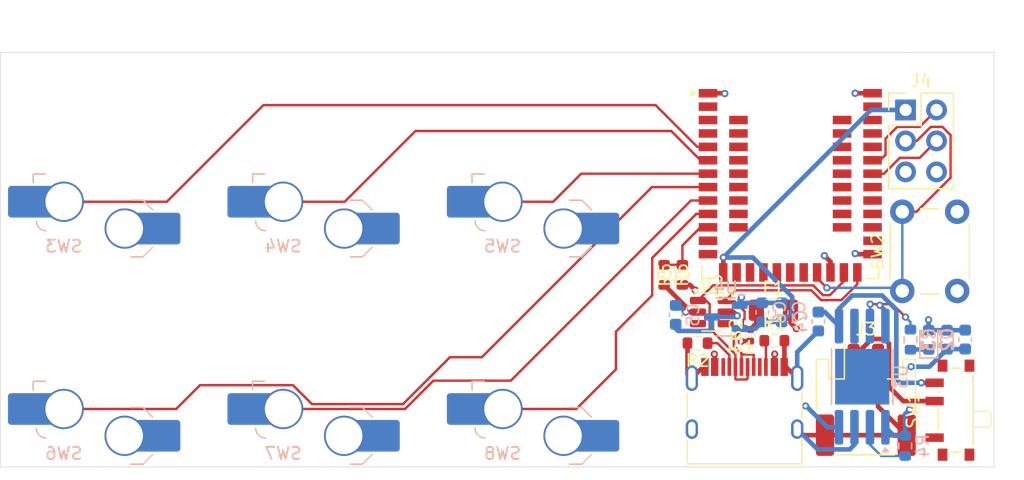
<source format=kicad_pcb>
(kicad_pcb (version 20241229) (generator "pcbnew") (generator_version "9.0")
  (layers (0 "F.Cu" signal) (4 "In1.Cu" power "GND.Cu") (6 "In2.Cu" power "+5V.Cu") (2 "B.Cu" signal) (13 "F.Paste" user) (15 "B.Paste" user) (5 "F.SilkS" user "F.Silkscreen") (7 "B.SilkS" user "B.Silkscreen") (1 "F.Mask" user) (3 "B.Mask" user) (25 "Edge.Cuts" user))
  (net 0 "")
  (net 1 "GND")
  (net 2 "+5V")
  (net 3 "+BATT")
  (net 4 "+3.3V")
  (net 5 "Net-(D2-K)")
  (net 6 "Net-(F1-Pad1)")
  (net 7 "VBUS")
  (net 8 "Net-(J1-CC1)")
  (net 9 "Net-(J1-CC2)")
  (net 10 "/USB-D-")
  (net 11 "/USB-D+")
  (net 14 "/SWDCLK")
  (net 15 "/SWDIO")
  (net 16 "/RST")
  (net 18 "Net-(J3-Pin_1)")
  (net 19 "Net-(U3-CHRG)")
  (net 20 "Net-(U3-PROG)")
  (net 21 "/VSENSE")
  (net 23 "/sw3")
  (net 24 "/sw4")
  (net 25 "/sw5")
  (net 26 "/sw6")
  (net 27 "/sw7")
  (net 28 "/sw8")
  (footprint "Connector_PinHeader_2.54mm:PinHeader_2x03_P2.54mm_Vertical" (layer "F.Cu") (at 164.46 34.42)
    (property "Reference" "J4" (at 1.27 -2.38 0) (layer "F.SilkS"))
    (property "Value" "Conn_02x03_Odd_Even")
    (pad "1" thru_hole rect (at 0 0) (size 1.7 1.7) (drill 1) (layers "*.Cu" "*.Mask") (net 4 "+3.3V"))
    (pad "2" thru_hole circle (at 2.54 0) (size 1.7 1.7) (drill 1) (layers "*.Cu" "*.Mask") (net 15 "/SWDIO"))
    (pad "3" thru_hole circle (at 0 2.54) (size 1.7 1.7) (drill 1) (layers "*.Cu" "*.Mask") (net 16 "/RST"))
    (pad "4" thru_hole circle (at 2.54 2.54) (size 1.7 1.7) (drill 1) (layers "*.Cu" "*.Mask") (net 14 "/SWDCLK"))
    (pad "5" thru_hole circle (at 0 5.08) (size 1.7 1.7) (drill 1) (layers "*.Cu" "*.Mask") (net 1 "GND"))
    (pad "6" thru_hole circle (at 2.54 5.08) (size 1.7 1.7) (drill 1) (layers "*.Cu" "*.Mask"))
  )
  (footprint "Connector_JST:JST_PH_S2B-PH-SM4-TB_1x02-1MP_P2.00mm_Horizontal" (layer "F.Cu") (at 161.2 58.2)
    (property "Reference" "J3" (at 0 -5.8 0) (layer "F.SilkS"))
    (property "Value" "Conn_01x02_MountingPin")
    (pad "1" smd roundrect (at -1 -2.85) (size 1 3.5) (layers "F.Cu" "F.Mask" "F.Paste") (net 18 "Net-(J3-Pin_1)"))
    (pad "2" smd roundrect (at 1 -2.85) (size 1 3.5) (layers "F.Cu" "F.Mask" "F.Paste") (net 1 "GND"))
    (pad "MP" smd roundrect (at -3.35 2.9) (size 1.5 3.4) (layers "F.Cu" "F.Mask" "F.Paste") (roundrect_rratio 0.166667) (net 1 "GND"))
    (pad "MP" smd roundrect (at 3.35 2.9) (size 1.5 3.4) (layers "F.Cu" "F.Mask" "F.Paste") (roundrect_rratio 0.166667) (net 1 "GND"))
  )
  (footprint "Resistor_SMD:R_0603_1608Metric" (layer "F.Cu") (at 147.395 53.55 180)
    (property "Reference" "R2" (at 0 -1.43 0) (layer "F.SilkS"))
    (property "Value" "5k1")
    (pad "1" smd roundrect (at -0.825 0 180) (size 0.8 0.95) (layers "F.Cu" "F.Mask" "F.Paste") (net 8 "Net-(J1-CC1)"))
    (pad "2" smd roundrect (at 0.825 0 180) (size 0.8 0.95) (layers "F.Cu" "F.Mask" "F.Paste") (net 1 "GND"))
  )
  (footprint "PCM_marbastlib-various:nRF52840_holyiot_18010" (layer "F.Cu") (at 155 38.75)
    (property "Reference" "U1" (at -5.3 10.75 0) (layer "F.SilkS"))
    (property "Value" "nRF52840_holyiot_18010")
    (pad "1" smd rect (at -6.75 -5.7) (size 1.524 0.7) (layers "F.Cu" "F.Mask" "F.Paste") (net 1 "GND"))
    (pad "2" smd rect (at -6.75 -4.6) (size 1.524 0.7) (layers "F.Cu" "F.Mask" "F.Paste"))
    (pad "3" smd rect (at -6.75 -3.5) (size 1.524 0.7) (layers "F.Cu" "F.Mask" "F.Paste"))
    (pad "4" smd rect (at -6.75 -2.4) (size 1.524 0.7) (layers "F.Cu" "F.Mask" "F.Paste"))
    (pad "5" smd rect (at -6.75 -1.3) (size 1.524 0.7) (layers "F.Cu" "F.Mask" "F.Paste") (net 23 "/sw3"))
    (pad "6" smd rect (at -6.75 -0.2) (size 1.524 0.7) (layers "F.Cu" "F.Mask" "F.Paste") (net 24 "/sw4"))
    (pad "7" smd rect (at -6.75 0.9) (size 1.524 0.7) (layers "F.Cu" "F.Mask" "F.Paste") (net 25 "/sw5"))
    (pad "8" smd rect (at -6.75 2) (size 1.524 0.7) (layers "F.Cu" "F.Mask" "F.Paste") (net 26 "/sw6"))
    (pad "9" smd rect (at -6.75 3.1) (size 1.524 0.7) (layers "F.Cu" "F.Mask" "F.Paste") (net 27 "/sw7"))
    (pad "10" smd rect (at -6.75 4.2) (size 1.524 0.7) (layers "F.Cu" "F.Mask" "F.Paste") (net 28 "/sw8"))
    (pad "11" smd rect (at -6.75 5.3) (size 1.524 0.7) (layers "F.Cu" "F.Mask" "F.Paste") (net 21 "/VSENSE"))
    (pad "12" smd rect (at -6.75 6.4) (size 1.524 0.7) (layers "F.Cu" "F.Mask" "F.Paste"))
    (pad "13" smd rect (at -6.75 7.5) (size 1.524 0.7) (layers "F.Cu" "F.Mask" "F.Paste"))
    (pad "14" smd rect (at -5.5 9 90) (size 1.524 0.7) (layers "F.Cu" "F.Mask" "F.Paste") (net 4 "+3.3V"))
    (pad "15" smd rect (at -4.4 9 90) (size 1.524 0.7) (layers "F.Cu" "F.Mask" "F.Paste"))
    (pad "16" smd rect (at -3.3 9 90) (size 1.524 0.7) (layers "F.Cu" "F.Mask" "F.Paste"))
    (pad "17" smd rect (at -2.2 9 90) (size 1.524 0.7) (layers "F.Cu" "F.Mask" "F.Paste"))
    (pad "18" smd rect (at -1.1 9 90) (size 1.524 0.7) (layers "F.Cu" "F.Mask" "F.Paste"))
    (pad "19" smd rect (at 0 9 90) (size 1.524 0.7) (layers "F.Cu" "F.Mask" "F.Paste"))
    (pad "20" smd rect (at 1.1 9 90) (size 1.524 0.7) (layers "F.Cu" "F.Mask" "F.Paste"))
    (pad "21" smd rect (at 2.2 9 90) (size 1.524 0.7) (layers "F.Cu" "F.Mask" "F.Paste") (net 16 "/RST"))
    (pad "22" smd rect (at 3.3 9 90) (size 1.524 0.7) (layers "F.Cu" "F.Mask" "F.Paste") (net 2 "+5V"))
    (pad "23" smd rect (at 4.4 9 90) (size 1.524 0.7) (layers "F.Cu" "F.Mask" "F.Paste") (net 10 "/USB-D-"))
    (pad "24" smd rect (at 5.5 9 90) (size 1.524 0.7) (layers "F.Cu" "F.Mask" "F.Paste") (net 11 "/USB-D+"))
    (pad "25" smd rect (at 6.75 7.5 180) (size 1.524 0.7) (layers "F.Cu" "F.Mask" "F.Paste") (net 1 "GND"))
    (pad "26" smd rect (at 6.75 6.4 180) (size 1.524 0.7) (layers "F.Cu" "F.Mask" "F.Paste"))
    (pad "27" smd rect (at 6.75 5.3 180) (size 1.524 0.7) (layers "F.Cu" "F.Mask" "F.Paste"))
    (pad "28" smd rect (at 6.75 4.2 180) (size 1.524 0.7) (layers "F.Cu" "F.Mask" "F.Paste"))
    (pad "29" smd rect (at 6.75 3.1 180) (size 1.524 0.7) (layers "F.Cu" "F.Mask" "F.Paste"))
    (pad "30" smd rect (at 6.75 2 180) (size 1.524 0.7) (layers "F.Cu" "F.Mask" "F.Paste"))
    (pad "31" smd rect (at 6.75 0.9 180) (size 1.524 0.7) (layers "F.Cu" "F.Mask" "F.Paste") (net 14 "/SWDCLK"))
    (pad "32" smd rect (at 6.75 -0.2 180) (size 1.524 0.7) (layers "F.Cu" "F.Mask" "F.Paste") (net 15 "/SWDIO"))
    (pad "33" smd rect (at 6.75 -1.3 180) (size 1.524 0.7) (layers "F.Cu" "F.Mask" "F.Paste"))
    (pad "34" smd rect (at 6.75 -2.4 180) (size 1.524 0.7) (layers "F.Cu" "F.Mask" "F.Paste"))
    (pad "35" smd rect (at 6.75 -3.5 180) (size 1.524 0.7) (layers "F.Cu" "F.Mask" "F.Paste"))
    (pad "36" smd rect (at 6.75 -4.6 180) (size 1.524 0.7) (layers "F.Cu" "F.Mask" "F.Paste"))
    (pad "37" smd rect (at 6.75 -5.7 180) (size 1.524 0.7) (layers "F.Cu" "F.Mask" "F.Paste") (net 1 "GND"))
    (pad "38" smd rect (at -4.25 -3.5 180) (size 1.524 0.7) (layers "F.Cu" "F.Mask" "F.Paste"))
    (pad "39" smd rect (at -4.25 -2.4 180) (size 1.524 0.7) (layers "F.Cu" "F.Mask" "F.Paste"))
    (pad "40" smd rect (at -4.25 -1.3 180) (size 1.524 0.7) (layers "F.Cu" "F.Mask" "F.Paste"))
    (pad "41" smd rect (at -4.25 -0.2 180) (size 1.524 0.7) (layers "F.Cu" "F.Mask" "F.Paste"))
    (pad "42" smd rect (at -4.25 0.9 180) (size 1.524 0.7) (layers "F.Cu" "F.Mask" "F.Paste"))
    (pad "43" smd rect (at -4.25 2 180) (size 1.524 0.7) (layers "F.Cu" "F.Mask" "F.Paste"))
    (pad "44" smd rect (at -4.25 3.1 180) (size 1.524 0.7) (layers "F.Cu" "F.Mask" "F.Paste"))
    (pad "45" smd rect (at -4.25 4.2 180) (size 1.524 0.7) (layers "F.Cu" "F.Mask" "F.Paste"))
    (pad "46" smd rect (at -4.25 5.3 180) (size 1.524 0.7) (layers "F.Cu" "F.Mask" "F.Paste"))
    (pad "47" smd rect (at 4.25 -3.5 180) (size 1.524 0.7) (layers "F.Cu" "F.Mask" "F.Paste"))
    (pad "48" smd rect (at 4.25 -2.4 180) (size 1.524 0.7) (layers "F.Cu" "F.Mask" "F.Paste"))
    (pad "49" smd rect (at 4.25 -1.3 180) (size 1.524 0.7) (layers "F.Cu" "F.Mask" "F.Paste"))
    (pad "50" smd rect (at 4.25 -0.2 180) (size 1.524 0.7) (layers "F.Cu" "F.Mask" "F.Paste"))
    (pad "51" smd rect (at 4.25 0.9 180) (size 1.524 0.7) (layers "F.Cu" "F.Mask" "F.Paste"))
    (pad "52" smd rect (at 4.25 2 180) (size 1.524 0.7) (layers "F.Cu" "F.Mask" "F.Paste"))
    (pad "53" smd rect (at 4.25 3.1 180) (size 1.524 0.7) (layers "F.Cu" "F.Mask" "F.Paste"))
    (pad "54" smd rect (at 4.25 4.2 180) (size 1.524 0.7) (layers "F.Cu" "F.Mask" "F.Paste"))
    (pad "55" smd rect (at 4.25 5.3 180) (size 1.524 0.7) (layers "F.Cu" "F.Mask" "F.Paste"))
  )
  (footprint "Button_Switch_THT:SW_PUSH_6mm_H4.3mm" (layer "F.Cu") (at 164.19 49.27 90)
    (property "Reference" "SW2" (at 3.25 -2 90) (layer "F.SilkS"))
    (property "Value" "RST")
    (pad "1" thru_hole circle (at 0 0 180) (size 2 2) (drill 1.1) (layers "*.Cu" "*.Mask") (net 16 "/RST"))
    (pad "1" thru_hole circle (at 6.5 0 180) (size 2 2) (drill 1.1) (layers "*.Cu" "*.Mask") (net 16 "/RST"))
    (pad "2" thru_hole circle (at 0 4.5 180) (size 2 2) (drill 1.1) (layers "*.Cu" "*.Mask") (net 1 "GND"))
    (pad "2" thru_hole circle (at 6.5 4.5 180) (size 2 2) (drill 1.1) (layers "*.Cu" "*.Mask") (net 1 "GND"))
  )
  (footprint "Resistor_SMD:R_0603_1608Metric" (layer "F.Cu") (at 144.65 47.95 -90)
    (property "Reference" "R6" (at 0 -1.43 90) (layer "F.SilkS"))
    (property "Value" "2M")
    (pad "1" smd roundrect (at -0.825 0 270) (size 0.8 0.95) (layers "F.Cu" "F.Mask" "F.Paste") (net 21 "/VSENSE"))
    (pad "2" smd roundrect (at 0.825 0 270) (size 0.8 0.95) (layers "F.Cu" "F.Mask" "F.Paste") (net 1 "GND"))
  )
  (footprint "Package_TO_SOT_SMD:SOT-23-6" (layer "F.Cu") (at 148.5625 51)
    (property "Reference" "U2" (at 0 -2.4 0) (layer "F.SilkS"))
    (property "Value" "SRV05-4")
    (pad "1" smd roundrect (at -1.1375 -0.95) (size 1.325 0.6) (layers "F.Cu" "F.Mask" "F.Paste") (net 10 "/USB-D-"))
    (pad "2" smd roundrect (at -1.1375 0) (size 1.325 0.6) (layers "F.Cu" "F.Mask" "F.Paste") (net 1 "GND"))
    (pad "3" smd roundrect (at -1.1375 0.95) (size 1.325 0.6) (layers "F.Cu" "F.Mask" "F.Paste"))
    (pad "4" smd roundrect (at 1.1375 0.95) (size 1.325 0.6) (layers "F.Cu" "F.Mask" "F.Paste"))
    (pad "5" smd roundrect (at 1.1375 0) (size 1.325 0.6) (layers "F.Cu" "F.Mask" "F.Paste") (net 2 "+5V"))
    (pad "6" smd roundrect (at 1.1375 -0.95) (size 1.325 0.6) (layers "F.Cu" "F.Mask" "F.Paste") (net 11 "/USB-D+"))
  )
  (footprint "Connector_USB:USB_C_Receptacle_HRO_TYPE-C-31-M-12" (layer "F.Cu") (at 151.25 59.55)
    (property "Reference" "J1" (at 0 -5.645 0) (layer "F.SilkS"))
    (property "Value" "USB_C_Receptacle_USB2.0_16P")
    (pad "" np_thru_hole circle (at -2.89 -2.6) (size 0.65 0.65) (drill 0.65) (layers "*.Cu" "*.Mask"))
    (pad "" np_thru_hole circle (at 2.89 -2.6) (size 0.65 0.65) (drill 0.65) (layers "*.Cu" "*.Mask"))
    (pad "A1" smd rect (at -3.25 -4.045) (size 0.6 1.45) (layers "F.Cu" "F.Mask" "F.Paste") (net 1 "GND"))
    (pad "A4" smd rect (at -2.45 -4.045) (size 0.6 1.45) (layers "F.Cu" "F.Mask" "F.Paste") (net 7 "VBUS"))
    (pad "A5" smd rect (at -1.25 -4.045) (size 0.3 1.45) (layers "F.Cu" "F.Mask" "F.Paste") (net 8 "Net-(J1-CC1)"))
    (pad "A6" smd rect (at -0.25 -4.045) (size 0.3 1.45) (layers "F.Cu" "F.Mask" "F.Paste") (net 11 "/USB-D+"))
    (pad "A7" smd rect (at 0.25 -4.045) (size 0.3 1.45) (layers "F.Cu" "F.Mask" "F.Paste") (net 10 "/USB-D-"))
    (pad "A8" smd rect (at 1.25 -4.045) (size 0.3 1.45) (layers "F.Cu" "F.Mask" "F.Paste"))
    (pad "A9" smd rect (at 2.45 -4.045) (size 0.6 1.45) (layers "F.Cu" "F.Mask" "F.Paste") (net 7 "VBUS"))
    (pad "A12" smd rect (at 3.25 -4.045) (size 0.6 1.45) (layers "F.Cu" "F.Mask" "F.Paste") (net 1 "GND"))
    (pad "B1" smd rect (at 3.25 -4.045) (size 0.6 1.45) (layers "F.Cu" "F.Mask" "F.Paste") (net 1 "GND"))
    (pad "B4" smd rect (at 2.45 -4.045) (size 0.6 1.45) (layers "F.Cu" "F.Mask" "F.Paste") (net 7 "VBUS"))
    (pad "B5" smd rect (at 1.75 -4.045) (size 0.3 1.45) (layers "F.Cu" "F.Mask" "F.Paste") (net 9 "Net-(J1-CC2)"))
    (pad "B6" smd rect (at 0.75 -4.045) (size 0.3 1.45) (layers "F.Cu" "F.Mask" "F.Paste") (net 11 "/USB-D+"))
    (pad "B7" smd rect (at -0.75 -4.045) (size 0.3 1.45) (layers "F.Cu" "F.Mask" "F.Paste") (net 10 "/USB-D-"))
    (pad "B8" smd rect (at -1.75 -4.045) (size 0.3 1.45) (layers "F.Cu" "F.Mask" "F.Paste"))
    (pad "B9" smd rect (at -2.45 -4.045) (size 0.6 1.45) (layers "F.Cu" "F.Mask" "F.Paste") (net 7 "VBUS"))
    (pad "B12" smd rect (at -3.25 -4.045) (size 0.6 1.45) (layers "F.Cu" "F.Mask" "F.Paste") (net 1 "GND"))
    (pad "S1" thru_hole oval (at -4.32 -3.13) (size 1 2.1) (drill oval 0.6 1.7) (property pad_prop_heatsink) (layers "*.Cu" "*.Mask") (net 1 "GND"))
    (pad "S1" thru_hole oval (at -4.32 1.05) (size 1 1.6) (drill oval 0.6 1.2) (property pad_prop_heatsink) (layers "*.Cu" "*.Mask") (net 1 "GND"))
    (pad "S1" thru_hole oval (at 4.32 -3.13) (size 1 2.1) (drill oval 0.6 1.7) (property pad_prop_heatsink) (layers "*.Cu" "*.Mask") (net 1 "GND"))
    (pad "S1" thru_hole oval (at 4.32 1.05) (size 1 1.6) (drill oval 0.6 1.2) (property pad_prop_heatsink) (layers "*.Cu" "*.Mask") (net 1 "GND"))
  )
  (footprint "Resistor_SMD:R_0603_1608Metric" (layer "F.Cu") (at 153.695 53.35)
    (property "Reference" "R1" (at 0 -1.43 0) (layer "F.SilkS"))
    (property "Value" "5k1")
    (pad "1" smd roundrect (at -0.825 0) (size 0.8 0.95) (layers "F.Cu" "F.Mask" "F.Paste") (net 9 "Net-(J1-CC2)"))
    (pad "2" smd roundrect (at 0.825 0) (size 0.8 0.95) (layers "F.Cu" "F.Mask" "F.Paste") (net 1 "GND"))
  )
  (footprint "Button_Switch_SMD:SW_SPDT_PCM12" (layer "F.Cu") (at 168.27 59.05 90)
    (property "Reference" "SW1" (at 0 -3.2 90) (layer "F.SilkS"))
    (property "Value" "SW_SPDT")
    (pad "" smd rect (at -3.65 -0.78 90) (size 1 0.8) (layers "F.Cu" "F.Mask" "F.Paste"))
    (pad "" smd rect (at -3.65 1.43 90) (size 1 0.8) (layers "F.Cu" "F.Mask" "F.Paste"))
    (pad "" np_thru_hole circle (at -1.5 0.33 90) (size 0.9 0.9) (drill 0.9) (layers "*.Cu" "*.Mask"))
    (pad "" np_thru_hole circle (at 1.5 0.33 90) (size 0.9 0.9) (drill 0.9) (layers "*.Cu" "*.Mask"))
    (pad "" smd rect (at 3.65 -0.78 90) (size 1 0.8) (layers "F.Cu" "F.Mask" "F.Paste"))
    (pad "" smd rect (at 3.65 1.43 90) (size 1 0.8) (layers "F.Cu" "F.Mask" "F.Paste"))
    (pad "1" smd rect (at -2.25 -1.43 90) (size 0.7 1.5) (layers "F.Cu" "F.Mask" "F.Paste"))
    (pad "2" smd rect (at 0.75 -1.43 90) (size 0.7 1.5) (layers "F.Cu" "F.Mask" "F.Paste") (net 18 "Net-(J3-Pin_1)"))
    (pad "3" smd rect (at 2.25 -1.43 90) (size 0.7 1.5) (layers "F.Cu" "F.Mask" "F.Paste") (net 3 "+BATT"))
  )
  (footprint "Capacitor_SMD:C_0402_1005Metric" (layer "F.Cu") (at 151.72 52.9 90)
    (property "Reference" "FB2" (at 0 -1.16 90) (layer "F.SilkS"))
    (property "Value" "FerriteBead_Small")
    (pad "1" smd roundrect (at -0.48 0 90) (size 0.56 0.62) (layers "F.Cu" "F.Mask" "F.Paste") (net 7 "VBUS"))
    (pad "2" smd roundrect (at 0.48 0 90) (size 0.56 0.62) (layers "F.Cu" "F.Mask" "F.Paste") (net 6 "Net-(F1-Pad1)"))
  )
  (footprint "Fuse:Fuse_1206_3216Metric" (layer "F.Cu") (at 153.62 50.85)
    (property "Reference" "F1" (at 0 -1.83 0) (layer "F.SilkS"))
    (property "Value" "Fuse_Small")
    (pad "1" smd roundrect (at -1.4 0) (size 1.25 1.75) (layers "F.Cu" "F.Mask" "F.Paste") (roundrect_rratio 0.2) (net 6 "Net-(F1-Pad1)"))
    (pad "2" smd roundrect (at 1.4 0) (size 1.25 1.75) (layers "F.Cu" "F.Mask" "F.Paste") (roundrect_rratio 0.2) (net 2 "+5V"))
  )
  (footprint "Resistor_SMD:R_0603_1608Metric" (layer "F.Cu") (at 146.15 47.95 90)
    (property "Reference" "R5" (at 0 -1.43 90) (layer "F.SilkS"))
    (property "Value" "806k")
    (pad "1" smd roundrect (at -0.825 0 90) (size 0.8 0.95) (layers "F.Cu" "F.Mask" "F.Paste") (net 2 "+5V"))
    (pad "2" smd roundrect (at 0.825 0 90) (size 0.8 0.95) (layers "F.Cu" "F.Mask" "F.Paste") (net 21 "/VSENSE"))
  )
  (footprint "PCM_marbastlib-choc:SW_choc_v1_HS_CPG135001S30_1u" (layer "B.Cu") (at 100.405 38.2 180)
    (property "Reference" "SW3" (at 5 -7.4 0) (layer "B.SilkS") (effects (justify mirror)))
    (property "Value" "Kailh_Choc")
    (pad "" np_thru_hole circle (at -5.5 0) (size 1.7 1.7) (drill 1.7) (layers "*.Cu" "*.Mask"))
    (pad "" np_thru_hole circle (at 0 0) (size 3.4 3.4) (drill 3.4) (layers "*.Cu" "*.Mask"))
    (pad "" np_thru_hole circle (at 5.5 0) (size 1.7 1.7) (drill 1.7) (layers "*.Cu" "*.Mask"))
    (pad "1" thru_hole circle (at 5 -3.75 180) (size 3.3 3.3) (drill 3) (layers "*.Cu" "B.Mask") (net 23 "/sw3"))
    (pad "1" smd rect (at 6.55 -3.75 180) (size 1.2 2.6) (layers "B.Cu") (net 23 "/sw3"))
    (pad "1" smd roundrect (at 8.245 -3.75 180) (size 2.65 2.6) (layers "B.Cu" "B.Mask" "B.Paste") (roundrect_rratio 0.1) (net 23 "/sw3"))
    (pad "2" smd roundrect (at -3.245 -5.95 180) (size 2.65 2.6) (layers "B.Cu" "B.Mask" "B.Paste") (roundrect_rratio 0.1) (net 1 "GND"))
    (pad "2" smd rect (at -1.55 -5.95) (size 1.2 2.6) (layers "B.Cu") (net 1 "GND"))
    (pad "2" thru_hole circle (at 0 -5.95 180) (size 3.3 3.3) (drill 3) (layers "*.Cu" "B.Mask") (net 1 "GND"))
  )
  (footprint "Capacitor_SMD:C_0603_1608Metric" (layer "B.Cu") (at 145.6 51.225 90)
    (property "Reference" "C5" (at 0 1.43 90) (layer "B.SilkS") (effects (justify mirror)))
    (property "Value" "1u")
    (pad "1" smd roundrect (at -0.775 0 90) (size 0.9 0.95) (layers "B.Cu" "B.Mask" "B.Paste") (net 2 "+5V"))
    (pad "2" smd roundrect (at 0.775 0 90) (size 0.9 0.95) (layers "B.Cu" "B.Mask" "B.Paste") (net 1 "GND"))
  )
  (footprint "Package_TO_SOT_SMD:SOT-23-3" (layer "B.Cu") (at 149.7125 51.4 180)
    (property "Reference" "U4" (at 0 2.4 0) (layer "B.SilkS") (effects (justify mirror)))
    (property "Value" "XC6206PxxxMR")
    (pad "1" smd roundrect (at -1.1375 0.95 180) (size 1.325 0.6) (layers "B.Cu" "B.Mask" "B.Paste") (net 1 "GND"))
    (pad "2" smd roundrect (at -1.1375 -0.95 180) (size 1.325 0.6) (layers "B.Cu" "B.Mask" "B.Paste") (net 4 "+3.3V"))
    (pad "3" smd roundrect (at 1.1375 0 180) (size 1.325 0.6) (layers "B.Cu" "B.Mask" "B.Paste") (net 2 "+5V"))
  )
  (footprint "PCM_marbastlib-choc:SW_choc_v1_HS_CPG135001S30_1u" (layer "B.Cu") (at 136.4 38.2 180)
    (property "Reference" "SW5" (at 5 -7.4 0) (layer "B.SilkS") (effects (justify mirror)))
    (property "Value" "Kailh_Choc")
    (pad "" np_thru_hole circle (at -5.5 0) (size 1.7 1.7) (drill 1.7) (layers "*.Cu" "*.Mask"))
    (pad "" np_thru_hole circle (at 0 0) (size 3.4 3.4) (drill 3.4) (layers "*.Cu" "*.Mask"))
    (pad "" np_thru_hole circle (at 5.5 0) (size 1.7 1.7) (drill 1.7) (layers "*.Cu" "*.Mask"))
    (pad "1" thru_hole circle (at 5 -3.75 180) (size 3.3 3.3) (drill 3) (layers "*.Cu" "B.Mask") (net 25 "/sw5"))
    (pad "1" smd rect (at 6.55 -3.75 180) (size 1.2 2.6) (layers "B.Cu") (net 25 "/sw5"))
    (pad "1" smd roundrect (at 8.245 -3.75 180) (size 2.65 2.6) (layers "B.Cu" "B.Mask" "B.Paste") (roundrect_rratio 0.1) (net 25 "/sw5"))
    (pad "2" smd roundrect (at -3.245 -5.95 180) (size 2.65 2.6) (layers "B.Cu" "B.Mask" "B.Paste") (roundrect_rratio 0.1) (net 1 "GND"))
    (pad "2" smd rect (at -1.55 -5.95) (size 1.2 2.6) (layers "B.Cu") (net 1 "GND"))
    (pad "2" thru_hole circle (at 0 -5.95 180) (size 3.3 3.3) (drill 3) (layers "*.Cu" "B.Mask") (net 1 "GND"))
  )
  (footprint "Capacitor_SMD:C_0603_1608Metric" (layer "B.Cu") (at 169.35 53.255 -90)
    (property "Reference" "C2" (at 0 1.43 90) (layer "B.SilkS") (effects (justify mirror)))
    (property "Value" "4u7")
    (pad "1" smd roundrect (at -0.775 0 270) (size 0.9 0.95) (layers "B.Cu" "B.Mask" "B.Paste") (net 2 "+5V"))
    (pad "2" smd roundrect (at 0.775 0 270) (size 0.9 0.95) (layers "B.Cu" "B.Mask" "B.Paste") (net 1 "GND"))
  )
  (footprint "Resistor_SMD:R_0603_1608Metric" (layer "B.Cu") (at 164.43 61.975 90)
    (property "Reference" "R4" (at 0 1.43 90) (layer "B.SilkS") (effects (justify mirror)))
    (property "Value" "5k")
    (pad "1" smd roundrect (at -0.825 0 90) (size 0.8 0.95) (layers "B.Cu" "B.Mask" "B.Paste") (net 20 "Net-(U3-PROG)"))
    (pad "2" smd roundrect (at 0.825 0 90) (size 0.8 0.95) (layers "B.Cu" "B.Mask" "B.Paste") (net 1 "GND"))
  )
  (footprint "Resistor_SMD:R_0603_1608Metric" (layer "B.Cu") (at 164.86 53.265 90)
    (property "Reference" "R3" (at 0 1.43 90) (layer "B.SilkS") (effects (justify mirror)))
    (property "Value" "1k5")
    (pad "1" smd roundrect (at -0.825 0 90) (size 0.8 0.95) (layers "B.Cu" "B.Mask" "B.Paste") (net 5 "Net-(D2-K)"))
    (pad "2" smd roundrect (at 0.825 0 90) (size 0.8 0.95) (layers "B.Cu" "B.Mask" "B.Paste") (net 19 "Net-(U3-CHRG)"))
  )
  (footprint "LED_SMD:LED_0603_1608Metric" (layer "B.Cu") (at 166.36 53.2775 90)
    (property "Reference" "D2" (at 0 1.43 90) (layer "B.SilkS") (effects (justify mirror)))
    (property "Value" "LED_Small")
    (pad "1" smd roundrect (at -0.7875 0 90) (size 0.875 0.95) (layers "B.Cu" "B.Mask" "B.Paste") (net 5 "Net-(D2-K)"))
    (pad "2" smd roundrect (at 0.7875 0 90) (size 0.875 0.95) (layers "B.Cu" "B.Mask" "B.Paste") (net 2 "+5V"))
  )
  (footprint "PCM_marbastlib-choc:SW_choc_v1_HS_CPG135001S30_1u" (layer "B.Cu") (at 100.4 55.2 180)
    (property "Reference" "SW6" (at 5 -7.4 0) (layer "B.SilkS") (effects (justify mirror)))
    (property "Value" "Kailh_Choc")
    (pad "" np_thru_hole circle (at -5.5 0) (size 1.7 1.7) (drill 1.7) (layers "*.Cu" "*.Mask"))
    (pad "" np_thru_hole circle (at 0 0) (size 3.4 3.4) (drill 3.4) (layers "*.Cu" "*.Mask"))
    (pad "" np_thru_hole circle (at 5.5 0) (size 1.7 1.7) (drill 1.7) (layers "*.Cu" "*.Mask"))
    (pad "1" thru_hole circle (at 5 -3.75 180) (size 3.3 3.3) (drill 3) (layers "*.Cu" "B.Mask") (net 26 "/sw6"))
    (pad "1" smd rect (at 6.55 -3.75 180) (size 1.2 2.6) (layers "B.Cu") (net 26 "/sw6"))
    (pad "1" smd roundrect (at 8.245 -3.75 180) (size 2.65 2.6) (layers "B.Cu" "B.Mask" "B.Paste") (roundrect_rratio 0.1) (net 26 "/sw6"))
    (pad "2" smd roundrect (at -3.245 -5.95 180) (size 2.65 2.6) (layers "B.Cu" "B.Mask" "B.Paste") (roundrect_rratio 0.1) (net 1 "GND"))
    (pad "2" smd rect (at -1.55 -5.95) (size 1.2 2.6) (layers "B.Cu") (net 1 "GND"))
    (pad "2" thru_hole circle (at 0 -5.95 180) (size 3.3 3.3) (drill 3) (layers "*.Cu" "B.Mask") (net 1 "GND"))
  )
  (footprint "Capacitor_SMD:C_0603_1608Metric" (layer "B.Cu") (at 152.7 51.025 90)
    (property "Reference" "C6" (at 0 1.43 90) (layer "B.SilkS") (effects (justify mirror)))
    (property "Value" "1u")
    (pad "1" smd roundrect (at -0.775 0 90) (size 0.9 0.95) (layers "B.Cu" "B.Mask" "B.Paste") (net 4 "+3.3V"))
    (pad "2" smd roundrect (at 0.775 0 90) (size 0.9 0.95) (layers "B.Cu" "B.Mask" "B.Paste") (net 1 "GND"))
  )
  (footprint "Capacitor_SMD:C_0603_1608Metric" (layer "B.Cu") (at 154.3 51.025 90)
    (property "Reference" "C7" (at 0 1.43 90) (layer "B.SilkS") (effects (justify mirror)))
    (property "Value" "100n")
    (pad "1" smd roundrect (at -0.775 0 90) (size 0.9 0.95) (layers "B.Cu" "B.Mask" "B.Paste") (net 4 "+3.3V"))
    (pad "2" smd roundrect (at 0.775 0 90) (size 0.9 0.95) (layers "B.Cu" "B.Mask" "B.Paste") (net 1 "GND"))
  )
  (footprint "PCM_marbastlib-choc:SW_choc_v1_HS_CPG135001S30_1u" (layer "B.Cu") (at 136.4 55.2 180)
    (property "Reference" "SW8" (at 5 -7.4 0) (layer "B.SilkS") (effects (justify mirror)))
    (property "Value" "Kailh_Choc")
    (pad "" np_thru_hole circle (at -5.5 0) (size 1.7 1.7) (drill 1.7) (layers "*.Cu" "*.Mask"))
    (pad "" np_thru_hole circle (at 0 0) (size 3.4 3.4) (drill 3.4) (layers "*.Cu" "*.Mask"))
    (pad "" np_thru_hole circle (at 5.5 0) (size 1.7 1.7) (drill 1.7) (layers "*.Cu" "*.Mask"))
    (pad "1" thru_hole circle (at 5 -3.75 180) (size 3.3 3.3) (drill 3) (layers "*.Cu" "B.Mask") (net 28 "/sw8"))
    (pad "1" smd rect (at 6.55 -3.75 180) (size 1.2 2.6) (layers "B.Cu") (net 28 "/sw8"))
    (pad "1" smd roundrect (at 8.245 -3.75 180) (size 2.65 2.6) (layers "B.Cu" "B.Mask" "B.Paste") (roundrect_rratio 0.1) (net 28 "/sw8"))
    (pad "2" smd roundrect (at -3.245 -5.95 180) (size 2.65 2.6) (layers "B.Cu" "B.Mask" "B.Paste") (roundrect_rratio 0.1) (net 1 "GND"))
    (pad "2" smd rect (at -1.55 -5.95) (size 1.2 2.6) (layers "B.Cu") (net 1 "GND"))
    (pad "2" thru_hole circle (at 0 -5.95 180) (size 3.3 3.3) (drill 3) (layers "*.Cu" "B.Mask") (net 1 "GND"))
  )
  (footprint "PCM_marbastlib-choc:SW_choc_v1_HS_CPG135001S30_1u" (layer "B.Cu") (at 118.4 55.2 180)
    (property "Reference" "SW7" (at 5 -7.4 0) (layer "B.SilkS") (effects (justify mirror)))
    (property "Value" "Kailh_Choc")
    (pad "" np_thru_hole circle (at -5.5 0) (size 1.7 1.7) (drill 1.7) (layers "*.Cu" "*.Mask"))
    (pad "" np_thru_hole circle (at 0 0) (size 3.4 3.4) (drill 3.4) (layers "*.Cu" "*.Mask"))
    (pad "" np_thru_hole circle (at 5.5 0) (size 1.7 1.7) (drill 1.7) (layers "*.Cu" "*.Mask"))
    (pad "1" thru_hole circle (at 5 -3.75 180) (size 3.3 3.3) (drill 3) (layers "*.Cu" "B.Mask") (net 27 "/sw7"))
    (pad "1" smd rect (at 6.55 -3.75 180) (size 1.2 2.6) (layers "B.Cu") (net 27 "/sw7"))
    (pad "1" smd roundrect (at 8.245 -3.75 180) (size 2.65 2.6) (layers "B.Cu" "B.Mask" "B.Paste") (roundrect_rratio 0.1) (net 27 "/sw7"))
    (pad "2" smd roundrect (at -3.245 -5.95 180) (size 2.65 2.6) (layers "B.Cu" "B.Mask" "B.Paste") (roundrect_rratio 0.1) (net 1 "GND"))
    (pad "2" smd rect (at -1.55 -5.95) (size 1.2 2.6) (layers "B.Cu") (net 1 "GND"))
    (pad "2" thru_hole circle (at 0 -5.95 180) (size 3.3 3.3) (drill 3) (layers "*.Cu" "B.Mask") (net 1 "GND"))
  )
  (footprint "Package_SO:SOP-8-1EP_4.57x4.57mm_P1.27mm_EP4.57x4.45mm" (layer "B.Cu") (at 160.9 56.3 90)
    (property "Reference" "U3" (at 0 3.24 90) (layer "B.SilkS") (effects (justify mirror)))
    (property "Value" "TP4056")
    (pad "1" smd roundrect (at -4.15 1.905 90) (size 2.85 0.7) (layers "B.Cu" "B.Mask" "B.Paste") (net 1 "GND"))
    (pad "2" smd roundrect (at -4.15 0.635 90) (size 2.85 0.7) (layers "B.Cu" "B.Mask" "B.Paste") (net 20 "Net-(U3-PROG)"))
    (pad "3" smd roundrect (at -4.15 -0.635 90) (size 2.85 0.7) (layers "B.Cu" "B.Mask" "B.Paste") (net 1 "GND"))
    (pad "4" smd roundrect (at -4.15 -1.905 90) (size 2.85 0.7) (layers "B.Cu" "B.Mask" "B.Paste") (net 2 "+5V"))
    (pad "5" smd roundrect (at 4.15 -1.905 90) (size 2.85 0.7) (layers "B.Cu" "B.Mask" "B.Paste") (net 3 "+BATT"))
    (pad "6" smd roundrect (at 4.15 -0.635 90) (size 2.85 0.7) (layers "B.Cu" "B.Mask" "B.Paste"))
    (pad "7" smd roundrect (at 4.15 0.635 90) (size 2.85 0.7) (layers "B.Cu" "B.Mask" "B.Paste") (net 19 "Net-(U3-CHRG)"))
    (pad "8" smd roundrect (at 4.15 1.905 90) (size 2.85 0.7) (layers "B.Cu" "B.Mask" "B.Paste") (net 2 "+5V"))
    (pad "9" smd rect (at 0 0 90) (size 4.57 4.45) (property pad_prop_heatsink) (layers "B.Cu" "B.Mask"))
  )
  (footprint "Capacitor_SMD:C_0603_1608Metric" (layer "B.Cu") (at 157.3 51.775 -90)
    (property "Reference" "C4" (at 0 1.43 90) (layer "B.SilkS") (effects (justify mirror)))
    (property "Value" "10u")
    (pad "1" smd roundrect (at -0.775 0 270) (size 0.9 0.95) (layers "B.Cu" "B.Mask" "B.Paste") (net 3 "+BATT"))
    (pad "2" smd roundrect (at 0.775 0 270) (size 0.9 0.95) (layers "B.Cu" "B.Mask" "B.Paste") (net 1 "GND"))
  )
  (footprint "PCM_marbastlib-choc:SW_choc_v1_HS_CPG135001S30_1u" (layer "B.Cu") (at 118.4 38.2 180)
    (property "Reference" "SW4" (at 5 -7.4 0) (layer "B.SilkS") (effects (justify mirror)))
    (property "Value" "Kailh_Choc")
    (pad "" np_thru_hole circle (at -5.5 0) (size 1.7 1.7) (drill 1.7) (layers "*.Cu" "*.Mask"))
    (pad "" np_thru_hole circle (at 0 0) (size 3.4 3.4) (drill 3.4) (layers "*.Cu" "*.Mask"))
    (pad "" np_thru_hole circle (at 5.5 0) (size 1.7 1.7) (drill 1.7) (layers "*.Cu" "*.Mask"))
    (pad "1" thru_hole circle (at 5 -3.75 180) (size 3.3 3.3) (drill 3) (layers "*.Cu" "B.Mask") (net 24 "/sw4"))
    (pad "1" smd rect (at 6.55 -3.75 180) (size 1.2 2.6) (layers "B.Cu") (net 24 "/sw4"))
    (pad "1" smd roundrect (at 8.245 -3.75 180) (size 2.65 2.6) (layers "B.Cu" "B.Mask" "B.Paste") (roundrect_rratio 0.1) (net 24 "/sw4"))
    (pad "2" smd roundrect (at -3.245 -5.95 180) (size 2.65 2.6) (layers "B.Cu" "B.Mask" "B.Paste") (roundrect_rratio 0.1) (net 1 "GND"))
    (pad "2" smd rect (at -1.55 -5.95) (size 1.2 2.6) (layers "B.Cu") (net 1 "GND"))
    (pad "2" thru_hole circle (at 0 -5.95 180) (size 3.3 3.3) (drill 3) (layers "*.Cu" "B.Mask") (net 1 "GND"))
  )
  (footprint "Capacitor_SMD:C_0603_1608Metric" (layer "B.Cu") (at 167.86 53.265 -90)
    (property "Reference" "C3" (at 0 1.43 90) (layer "B.SilkS") (effects (justify mirror)))
    (property "Value" "10u")
    (pad "1" smd roundrect (at -0.775 0 270) (size 0.9 0.95) (layers "B.Cu" "B.Mask" "B.Paste") (net 2 "+5V"))
    (pad "2" smd roundrect (at 0.775 0 270) (size 0.9 0.95) (layers "B.Cu" "B.Mask" "B.Paste") (net 1 "GND"))
  )
  (gr_line (start 171.7 29.7) (end 170.5 29.7) (stroke (width 0.05)) (layer "Edge.Cuts"))
  (gr_line (start 90.2 63.7) (end 169.3 63.7) (stroke (width 0.05)) (layer "Edge.Cuts"))
  (gr_line (start 169.3 63.7) (end 171.7 63.7) (stroke (width 0.05)) (layer "Edge.Cuts"))
  (gr_line (start 90.2 29.7) (end 90.2 63.7) (stroke (width 0.05)) (layer "Edge.Cuts"))
  (gr_line (start 164.95 29.7) (end 170.5 29.7) (stroke (width 0.05)) (layer "Edge.Cuts"))
  (gr_line (start 145.4 29.7) (end 164.95 29.7) (stroke (width 0.05)) (layer "Edge.Cuts"))
  (gr_line (start 90.2 29.7) (end 145.4 29.7) (stroke (width 0.05)) (layer "Edge.Cuts"))
  (gr_line (start 171.7 63.7) (end 171.7 29.7) (stroke (width 0.05)) (layer "Edge.Cuts"))
  (segment (start 147.845 55.505) (end 146.93 56.42) (width 0.38) (layer "F.Cu") (net 1))
  (segment (start 164.55 61.1) (end 157.85 61.1) (width 0.38) (layer "F.Cu") (net 1))
  (segment (start 146.4 50.525) (end 144.65 48.775) (width 0.38) (layer "F.Cu") (net 1))
  (segment (start 146.57 53.55) (end 146.57 56.06) (width 0.38) (layer "F.Cu") (net 1))
  (segment (start 149.6 33.05) (end 149.625 33.075) (width 0.38) (layer "F.Cu") (net 1))
  (segment (start 148.25 33.05) (end 149.6 33.05) (width 0.38) (layer "F.Cu") (net 1))
  (segment (start 154.655 55.505) (end 155.57 56.42) (width 0.38) (layer "F.Cu") (net 1))
  (segment (start 146.4 51) (end 146.4 50.525) (width 0.38) (layer "F.Cu") (net 1))
  (segment (start 160.375 46.25) (end 160.325 46.2) (width 0.38) (layer "F.Cu") (net 1))
  (segment (start 161.75 46.25) (end 160.375 46.25) (width 0.38) (layer "F.Cu") (net 1))
  (segment (start 147.425 51) (end 146.4 51) (width 0.38) (layer "F.Cu") (net 1))
  (segment (start 154.5 55.505) (end 154.655 55.505) (width 0.38) (layer "F.Cu") (net 1))
  (segment (start 146.57 56.06) (end 146.93 56.42) (width 0.38) (layer "F.Cu") (net 1))
  (segment (start 157.85 61.1) (end 156.07 61.1) (width 0.38) (layer "F.Cu") (net 1))
  (segment (start 154.52 53.35) (end 154.52 55.485) (width 0.38) (layer "F.Cu") (net 1))
  (segment (start 161.75 33.05) (end 160.325 33.05) (width 0.38) (layer "F.Cu") (net 1))
  (segment (start 162.2 55.35) (end 162.2 58.75) (width 0.38) (layer "F.Cu") (net 1))
  (segment (start 162.2 58.75) (end 164.55 61.1) (width 0.38) (layer "F.Cu") (net 1))
  (segment (start 148 55.505) (end 147.845 55.505) (width 0.38) (layer "F.Cu") (net 1))
  (segment (start 154.52 55.485) (end 154.5 55.505) (width 0.38) (layer "F.Cu") (net 1))
  (segment (start 156.07 61.1) (end 155.57 60.6) (width 0.38) (layer "F.Cu") (net 1))
  (via (at 160.325 46.2) (size 0.6) (drill 0.3) (layers "F.Cu" "B.Cu") (net 1))
  (via (at 146.4 51) (size 0.6) (drill 0.3) (layers "F.Cu" "B.Cu") (net 1))
  (via (at 149.625 33.075) (size 0.6) (drill 0.3) (layers "F.Cu" "B.Cu") (net 1))
  (via (at 160.325 33.05) (size 0.6) (drill 0.3) (layers "F.Cu" "B.Cu") (net 1))
  (via (at 164.79 58.99) (size 0.6) (drill 0.3) (layers "F.Cu" "B.Cu") (net 1))
  (segment (start 164.43 61.15) (end 163.505 61.15) (width 0.38) (layer "B.Cu") (net 1))
  (segment (start 167.86 54.04) (end 169.34 54.04) (width 0.38) (layer "B.Cu") (net 1))
  (segment (start 159.874 62.266) (end 157.236 62.266) (width 0.38) (layer "B.Cu") (net 1))
  (segment (start 152.7 50.25) (end 151.05 50.25) (width 0.38) (layer "B.Cu") (net 1))
  (segment (start 157.3 52.55) (end 155.57 54.28) (width 0.38) (layer "B.Cu") (net 1))
  (segment (start 166.42 55.48) (end 164.91 55.48) (width 0.38) (layer "B.Cu") (net 1))
  (segment (start 150.85 50.45) (end 150.85 49.95) (width 0.38) (layer "B.Cu") (net 1))
  (segment (start 151.05 50.25) (end 150.85 50.45) (width 0.38) (layer "B.Cu") (net 1))
  (segment (start 155.57 54.28) (end 155.57 56.42) (width 0.38) (layer "B.Cu") (net 1))
  (segment (start 150.85 49.95) (end 151 49.8) (width 0.38) (layer "B.Cu") (net 1))
  (segment (start 169.34 54.04) (end 169.35 54.03) (width 0.38) (layer "B.Cu") (net 1))
  (segment (start 167.86 54.04) (end 166.42 55.48) (width 0.38) (layer "B.Cu") (net 1))
  (segment (start 145.85 50.45) (end 146.4 51) (width 0.38) (layer "B.Cu") (net 1))
  (segment (start 163.505 61.15) (end 162.805 60.45) (width 0.38) (layer "B.Cu") (net 1))
  (segment (start 164.43 61.15) (end 164.43 59.35) (width 0.38) (layer "B.Cu") (net 1))
  (segment (start 145.6 50.45) (end 145.85 50.45) (width 0.38) (layer "B.Cu") (net 1))
  (segment (start 164.43 59.35) (end 164.79 58.99) (width 0.38) (layer "B.Cu") (net 1))
  (segment (start 157.236 62.266) (end 155.57 60.6) (width 0.38) (layer "B.Cu") (net 1))
  (segment (start 154.3 50.25) (end 152.7 50.25) (width 0.38) (layer "B.Cu") (net 1))
  (segment (start 160.265 60.45) (end 160.265 61.875) (width 0.38) (layer "B.Cu") (net 1))
  (segment (start 160.265 61.875) (end 159.874 62.266) (width 0.38) (layer "B.Cu") (net 1))
  (via blind (at 151 49.8) (size 0.6) (drill 0.3) (layers "In1.Cu" "B.Cu") (net 1))
  (via blind (at 164.91 55.48) (size 0.6) (drill 0.3) (layers "In1.Cu" "B.Cu") (net 1))
  (segment (start 149.7 51) (end 150.35 51) (width 0.38) (layer "F.Cu") (net 2))
  (segment (start 155.02 50.85) (end 155.02 51.880212) (width 0.38) (layer "F.Cu") (net 2))
  (segment (start 150.35 51) (end 150.65 51.3) (width 0.38) (layer "F.Cu") (net 2))
  (segment (start 146.775 48.775) (end 147.2 49.2) (width 0.38) (layer "F.Cu") (net 2))
  (segment (start 158.3 46.875) (end 157.8 46.375) (width 0.38) (layer "F.Cu") (net 2))
  (segment (start 155.02 51.880212) (end 155.5 52.360212) (width 0.38) (layer "F.Cu") (net 2))
  (segment (start 146.15 48.775) (end 146.775 48.775) (width 0.38) (layer "F.Cu") (net 2))
  (segment (start 158.3 47.75) (end 158.3 46.875) (width 0.38) (layer "F.Cu") (net 2))
  (via blind (at 155.5 52.360212) (size 0.6) (drill 0.3) (layers "F.Cu" "In2.Cu") (net 2))
  (via (at 150.65 51.3) (size 0.6) (drill 0.3) (layers "F.Cu" "B.Cu") (net 2))
  (via blind (at 147.2 49.2) (size 0.6) (drill 0.3) (layers "F.Cu" "In2.Cu") (net 2))
  (via (at 157.8 46.375) (size 0.6) (drill 0.3) (layers "F.Cu" "B.Cu") (net 2))
  (segment (start 145.8 52.55) (end 145.6 52.35) (width 0.38) (layer "B.Cu") (net 2))
  (segment (start 156.3 58.7) (end 156.25 58.7) (width 0.38) (layer "B.Cu") (net 2))
  (segment (start 158.05 60.45) (end 156.3 58.7) (width 0.38) (layer "B.Cu") (net 2))
  (segment (start 166.34 52.47) (end 166.36 52.49) (width 0.38) (layer "B.Cu") (net 2))
  (segment (start 166.36 52.49) (end 167.86 52.49) (width 0.38) (layer "B.Cu") (net 2))
  (segment (start 162.805 52.15) (end 162.805 50.895514) (width 0.38) (layer "B.Cu") (net 2))
  (segment (start 169.34 52.49) (end 169.35 52.48) (width 0.38) (layer "B.Cu") (net 2))
  (segment (start 148.575 52.425) (end 148.45 52.55) (width 0.38) (layer "B.Cu") (net 2))
  (segment (start 158.995 60.45) (end 158.05 60.45) (width 0.38) (layer "B.Cu") (net 2))
  (segment (start 150.55 51.4) (end 150.65 51.3) (width 0.38) (layer "B.Cu") (net 2))
  (segment (start 148.575 51.4) (end 150.55 51.4) (width 0.38) (layer "B.Cu") (net 2))
  (segment (start 148.45 52.55) (end 145.8 52.55) (width 0.38) (layer "B.Cu") (net 2))
  (segment (start 145.6 52.35) (end 145.6 52) (width 0.38) (layer "B.Cu") (net 2))
  (segment (start 167.86 52.49) (end 169.34 52.49) (width 0.38) (layer "B.Cu") (net 2))
  (segment (start 162.805 50.895514) (end 162.345377 50.435891) (width 0.38) (layer "B.Cu") (net 2))
  (segment (start 148.575 51.4) (end 148.575 52.425) (width 0.38) (layer "B.Cu") (net 2))
  (segment (start 166.34 51.63) (end 166.34 52.47) (width 0.38) (layer "B.Cu") (net 2))
  (via blind (at 166.34 51.63) (size 0.6) (drill 0.3) (layers "In2.Cu" "B.Cu") (net 2))
  (via blind (at 156.25 58.7) (size 0.6) (drill 0.3) (layers "In2.Cu" "B.Cu") (net 2))
  (via blind (at 162.345377 50.435891) (size 0.6) (drill 0.3) (layers "In2.Cu" "B.Cu") (net 2))
  (segment (start 165.75 56.8) (end 166.84 56.8) (width 0.38) (layer "F.Cu") (net 3))
  (via (at 165.75 56.8) (size 0.6) (drill 0.3) (layers "F.Cu" "B.Cu") (net 3))
  (segment (start 157.845 51) (end 158.995 52.15) (width 0.38) (layer "B.Cu") (net 3))
  (segment (start 158.995 50.725) (end 160.079 49.641) (width 0.38) (layer "B.Cu") (net 3))
  (segment (start 163.7 56.5) (end 164 56.8) (width 0.38) (layer "B.Cu") (net 3))
  (segment (start 164 56.8) (end 165.75 56.8) (width 0.38) (layer "B.Cu") (net 3))
  (segment (start 163.7 50.814706) (end 163.7 56.5) (width 0.38) (layer "B.Cu") (net 3))
  (segment (start 162.526294 49.641) (end 163.7 50.814706) (width 0.38) (layer "B.Cu") (net 3))
  (segment (start 157.3 51) (end 157.845 51) (width 0.38) (layer "B.Cu") (net 3))
  (segment (start 160.079 49.641) (end 162.526294 49.641) (width 0.38) (layer "B.Cu") (net 3))
  (segment (start 158.995 52.15) (end 158.995 50.725) (width 0.38) (layer "B.Cu") (net 3))
  (segment (start 149.512002 46.525) (end 149.512002 47.737998) (width 0.38) (layer "F.Cu") (net 4))
  (segment (start 149.512002 47.737998) (end 149.5 47.75) (width 0.38) (layer "F.Cu") (net 4))
  (via (at 149.512002 46.525) (size 0.6) (drill 0.3) (layers "F.Cu" "B.Cu") (net 4))
  (segment (start 151.92739 46.525) (end 149.512002 46.525) (width 0.38) (layer "B.Cu") (net 4))
  (segment (start 154.3 51.8) (end 155.166 50.934) (width 0.38) (layer "B.Cu") (net 4))
  (segment (start 161.617002 34.42) (end 149.512002 46.525) (width 0.38) (layer "B.Cu") (net 4))
  (segment (start 155.166 49.76361) (end 151.92739 46.525) (width 0.38) (layer "B.Cu") (net 4))
  (segment (start 150.85 52.35) (end 152.15 52.35) (width 0.38) (layer "B.Cu") (net 4))
  (segment (start 164.46 34.42) (end 161.617002 34.42) (width 0.38) (layer "B.Cu") (net 4))
  (segment (start 152.15 52.35) (end 152.7 51.8) (width 0.38) (layer "B.Cu") (net 4))
  (segment (start 152.7 51.8) (end 154.3 51.8) (width 0.38) (layer "B.Cu") (net 4))
  (segment (start 155.166 50.934) (end 155.166 49.76361) (width 0.38) (layer "B.Cu") (net 4))
  (segment (start 166.36 54.065) (end 164.885 54.065) (width 0.38) (layer "B.Cu") (net 5))
  (segment (start 164.885 54.065) (end 164.86 54.09) (width 0.38) (layer "B.Cu") (net 5))
  (segment (start 152.22 50.85) (end 152.22 51.92) (width 0.38) (layer "F.Cu") (net 6))
  (segment (start 152.22 51.92) (end 151.72 52.42) (width 0.38) (layer "F.Cu") (net 6))
  (segment (start 151.72 53.38) (end 150.99 53.38) (width 0.38) (layer "F.Cu") (net 7))
  (segment (start 148.8 54.48) (end 148.77 54.45) (width 0.38) (layer "F.Cu") (net 7))
  (segment (start 150.99 53.38) (end 150.97 53.4) (width 0.38) (layer "F.Cu") (net 7))
  (segment (start 148.8 55.505) (end 148.8 54.48) (width 0.38) (layer "F.Cu") (net 7))
  (segment (start 153.7 55.505) (end 153.7 54.47) (width 0.38) (layer "F.Cu") (net 7))
  (segment (start 153.7 54.47) (end 153.72 54.45) (width 0.38) (layer "F.Cu") (net 7))
  (via blind (at 150.97 53.4) (size 0.6) (drill 0.3) (layers "F.Cu" "In2.Cu") (net 7))
  (via blind (at 148.77 54.45) (size 0.6) (drill 0.3) (layers "F.Cu" "In2.Cu") (net 7))
  (via blind (at 153.72 54.45) (size 0.6) (drill 0.3) (layers "F.Cu" "In2.Cu") (net 7))
  (segment (start 148.22 53.55) (end 149.022 53.55) (width 0.2) (layer "F.Cu") (net 8))
  (segment (start 149.022 53.55) (end 150 54.528) (width 0.2) (layer "F.Cu") (net 8))
  (segment (start 150 54.528) (end 150 55.505) (width 0.2) (layer "F.Cu") (net 8))
  (segment (start 153 53.48) (end 153 55.505) (width 0.2) (layer "F.Cu") (net 9))
  (segment (start 152.87 53.35) (end 153 53.48) (width 0.2) (layer "F.Cu") (net 9))
  (segment (start 148.3885 52.3494) (end 148.3885 50.351001) (width 0.2) (layer "F.Cu") (net 10))
  (segment (start 151.4 56.531) (end 151.5 56.431) (width 0.2) (layer "F.Cu") (net 10))
  (segment (start 150.5 55.505) (end 150.5 56.482) (width 0.2) (layer "F.Cu") (net 10))
  (segment (start 150.5 56.482) (end 150.549 56.531) (width 0.2) (layer "F.Cu") (net 10))
  (segment (start 148.087499 50.05) (end 147.425 50.05) (width 0.2) (layer "F.Cu") (net 10))
  (segment (start 159.4 48.461945) (end 159.4 47.75) (width 0.2) (layer "F.Cu") (net 10))
  (segment (start 148.3885 50.351001) (end 148.087499 50.05) (width 0.2) (layer "F.Cu") (net 10))
  (segment (start 156.887 48.813) (end 157.687002 49.613002) (width 0.2) (layer "F.Cu") (net 10))
  (segment (start 150.5 55.505) (end 150.5 54.4609) (width 0.2) (layer "F.Cu") (net 10))
  (segment (start 151.5 56.431) (end 151.5 55.505) (width 0.2) (layer "F.Cu") (net 10))
  (segment (start 148.662 48.813) (end 156.887 48.813) (width 0.2) (layer "F.Cu") (net 10))
  (segment (start 150.5 54.4609) (end 148.3885 52.3494) (width 0.2) (layer "F.Cu") (net 10))
  (segment (start 157.687002 49.613002) (end 158.248943 49.613002) (width 0.2) (layer "F.Cu") (net 10))
  (segment (start 158.248943 49.613002) (end 159.4 48.461945) (width 0.2) (layer "F.Cu") (net 10))
  (segment (start 147.425 50.05) (end 148.662 48.813) (width 0.2) (layer "F.Cu") (net 10))
  (segment (start 150.549 56.531) (end 151.4 56.531) (width 0.2) (layer "F.Cu") (net 10))
  (segment (start 149.7 50.05) (end 150.362499 50.05) (width 0.2) (layer "F.Cu") (net 11))
  (segment (start 151.014 54.514) (end 151.049 54.479) (width 0.2) (layer "F.Cu") (net 11))
  (segment (start 151.049 54.479) (end 151.951 54.479) (width 0.2) (layer "F.Cu") (net 11))
  (segment (start 151.109 52.411057) (end 150.369 53.151057) (width 0.2) (layer "F.Cu") (net 11))
  (segment (start 157.520902 50.014002) (end 156.7209 49.214) (width 0.2) (layer "F.Cu") (net 11))
  (segment (start 160.5 47.75) (end 160.5 48.712) (width 0.2) (layer "F.Cu") (net 11))
  (segment (start 151.251 50.938501) (end 150.362499 50.05) (width 0.2) (layer "F.Cu") (net 11))
  (segment (start 151 55.505) (end 151 54.528) (width 0.2) (layer "F.Cu") (net 11))
  (segment (start 151.109 51.690943) (end 151.251 51.548943) (width 0.2) (layer "F.Cu") (net 11))
  (segment (start 156.7209 49.214) (end 150.536 49.214) (width 0.2) (layer "F.Cu") (net 11))
  (segment (start 151.109 52.411057) (end 151.109 51.690943) (width 0.2) (layer "F.Cu") (net 11))
  (segment (start 151 54.528) (end 151.014 54.514) (width 0.2) (layer "F.Cu") (net 11))
  (segment (start 152 54.528) (end 152 55.505) (width 0.2) (layer "F.Cu") (net 11))
  (segment (start 150.369 53.7628) (end 151.014 54.4078) (width 0.2) (layer "F.Cu") (net 11))
  (segment (start 150.536 49.214) (end 149.7 50.05) (width 0.2) (layer "F.Cu") (net 11))
  (segment (start 159.197998 50.014002) (end 157.520902 50.014002) (width 0.2) (layer "F.Cu") (net 11))
  (segment (start 151.014 54.4078) (end 151.014 54.514) (width 0.2) (layer "F.Cu") (net 11))
  (segment (start 160.5 48.712) (end 159.197998 50.014002) (width 0.2) (layer "F.Cu") (net 11))
  (segment (start 151.251 51.548943) (end 151.251 50.938501) (width 0.2) (layer "F.Cu") (net 11))
  (segment (start 151.951 54.479) (end 152 54.528) (width 0.2) (layer "F.Cu") (net 11))
  (segment (start 150.369 53.151057) (end 150.369 53.7628) (width 0.2) (layer "F.Cu") (net 11))
  (segment (start 162.68224 39.65) (end 161.75 39.65) (width 0.2) (layer "F.Cu") (net 14))
  (segment (start 163.98324 38.349) (end 162.68224 39.65) (width 0.2) (layer "F.Cu") (net 14))
  (segment (start 165.611 38.349) (end 163.98324 38.349) (width 0.2) (layer "F.Cu") (net 14))
  (segment (start 167 36.96) (end 165.611 38.349) (width 0.2) (layer "F.Cu") (net 14))
  (segment (start 162.813 36.767) (end 162.813 38.101) (width 0.2) (layer "F.Cu") (net 15))
  (segment (start 163.771 35.809) (end 162.813 36.767) (width 0.2) (layer "F.Cu") (net 15))
  (segment (start 165.611 35.809) (end 163.771 35.809) (width 0.2) (layer "F.Cu") (net 15))
  (segment (start 162.813 38.101) (end 162.364 38.55) (width 0.2) (layer "F.Cu") (net 15))
  (segment (start 167 34.42) (end 165.611 35.809) (width 0.2) (layer "F.Cu") (net 15))
  (segment (start 162.364 38.55) (end 161.75 38.55) (width 0.2) (layer "F.Cu") (net 15))
  (segment (start 168.151 39.97676) (end 165.35776 42.77) (width 0.2) (layer "F.Cu") (net 16))
  (segment (start 168.151 36.48324) (end 168.151 39.97676) (width 0.2) (layer "F.Cu") (net 16))
  (segment (start 157.2 47.75) (end 157.2 48.212002) (width 0.2) (layer "F.Cu") (net 16))
  (segment (start 157.2 48.212002) (end 158 49.012002) (width 0.2) (layer "F.Cu") (net 16))
  (segment (start 165.35776 42.77) (end 164.19 42.77) (width 0.2) (layer "F.Cu") (net 16))
  (segment (start 167.47676 35.809) (end 168.151 36.48324) (width 0.2) (layer "F.Cu") (net 16))
  (segment (start 166.52324 35.809) (end 167.47676 35.809) (width 0.2) (layer "F.Cu") (net 16))
  (segment (start 164.46 36.96) (end 165.37224 36.96) (width 0.2) (layer "F.Cu") (net 16))
  (segment (start 165.37224 36.96) (end 166.52324 35.809) (width 0.2) (layer "F.Cu") (net 16))
  (via (at 158 49.012002) (size 0.6) (drill 0.3) (layers "F.Cu" "B.Cu") (net 16))
  (segment (start 163.932002 49.012002) (end 158 49.012002) (width 0.2) (layer "B.Cu") (net 16))
  (segment (start 158 49.012002) (end 158.137998 49.15) (width 0.2) (layer "B.Cu") (net 16))
  (segment (start 164.19 49.27) (end 164.19 42.77) (width 0.2) (layer "B.Cu") (net 16))
  (segment (start 164.19 49.27) (end 163.932002 49.012002) (width 0.2) (layer "B.Cu") (net 16))
  (segment (start 160.2 54.686562) (end 160.2 55.35) (width 0.38) (layer "F.Cu") (net 18))
  (segment (start 161.677562 53.209) (end 160.2 54.686562) (width 0.38) (layer "F.Cu") (net 18))
  (segment (start 166.84 58.3) (end 164.268562 58.3) (width 0.38) (layer "F.Cu") (net 18))
  (segment (start 164.268562 58.3) (end 163.091 57.122438) (width 0.38) (layer "F.Cu") (net 18))
  (segment (start 163.091 57.122438) (end 163.091 53.577562) (width 0.38) (layer "F.Cu") (net 18))
  (segment (start 163.091 53.577562) (end 162.722438 53.209) (width 0.38) (layer "F.Cu") (net 18))
  (segment (start 162.722438 53.209) (end 161.677562 53.209) (width 0.38) (layer "F.Cu") (net 18))
  (segment (start 163.39 50.35) (end 161.55 50.35) (width 0.2) (layer "F.Cu") (net 19))
  (segment (start 164.45 51.41) (end 163.39 50.35) (width 0.2) (layer "F.Cu") (net 19))
  (via (at 164.45 51.41) (size 0.6) (drill 0.3) (layers "F.Cu" "B.Cu") (net 19))
  (via (at 161.55 50.35) (size 0.6) (drill 0.3) (layers "F.Cu" "B.Cu") (net 19))
  (segment (start 164.86 51.82) (end 164.45 51.41) (width 0.2) (layer "B.Cu") (net 19))
  (segment (start 164.86 52.44) (end 164.86 51.82) (width 0.2) (layer "B.Cu") (net 19))
  (segment (start 161.55 52.135) (end 161.535 52.15) (width 0.2) (layer "B.Cu") (net 19))
  (segment (start 161.55 50.35) (end 161.55 52.135) (width 0.2) (layer "B.Cu") (net 19))
  (segment (start 161.535 61.875) (end 162.46 62.8) (width 0.2) (layer "B.Cu") (net 20))
  (segment (start 162.46 62.8) (end 164.43 62.8) (width 0.2) (layer "B.Cu") (net 20))
  (segment (start 161.535 60.45) (end 161.535 61.875) (width 0.2) (layer "B.Cu") (net 20))
  (segment (start 146.15 45.536) (end 147.636 44.05) (width 0.2) (layer "F.Cu") (net 21))
  (segment (start 146.15 47.125) (end 146.15 45.536) (width 0.2) (layer "F.Cu") (net 21))
  (segment (start 147.636 44.05) (end 148.25 44.05) (width 0.2) (layer "F.Cu") (net 21))
  (segment (start 144.65 47.125) (end 146.15 47.125) (width 0.2) (layer "F.Cu") (net 21))
  (segment (start 147.375 37.45) (end 143.95 34.025) (width 0.2) (layer "F.Cu") (net 23))
  (segment (start 148.25 37.45) (end 147.375 37.45) (width 0.2) (layer "F.Cu") (net 23))
  (segment (start 111.77847 34.025) (end 103.85347 41.95) (width 0.2) (layer "F.Cu") (net 23))
  (segment (start 103.85347 41.95) (end 95.405 41.95) (width 0.2) (layer "F.Cu") (net 23))
  (segment (start 143.95 34.025) (end 111.77847 34.025) (width 0.2) (layer "F.Cu") (net 23))
  (segment (start 118.45153 41.95) (end 124.25253 36.149) (width 0.2) (layer "F.Cu") (net 24))
  (segment (start 145.235 36.149) (end 147.636 38.55) (width 0.2) (layer "F.Cu") (net 24))
  (segment (start 113.4 41.95) (end 118.45153 41.95) (width 0.2) (layer "F.Cu") (net 24))
  (segment (start 124.25253 36.149) (end 145.235 36.149) (width 0.2) (layer "F.Cu") (net 24))
  (segment (start 147.636 38.55) (end 148.25 38.55) (width 0.2) (layer "F.Cu") (net 24))
  (segment (start 137.850552 39.65) (end 135.550552 41.95) (width 0.2) (layer "F.Cu") (net 25))
  (segment (start 135.550552 41.95) (end 131.4 41.95) (width 0.2) (layer "F.Cu") (net 25))
  (segment (start 148.25 39.65) (end 137.850552 39.65) (width 0.2) (layer "F.Cu") (net 25))
  (segment (start 123.2339 58.549) (end 115.758131 58.549) (width 0.2) (layer "F.Cu") (net 26))
  (segment (start 148.25 40.75) (end 143.65153 40.75) (width 0.2) (layer "F.Cu") (net 26))
  (segment (start 104.625 58.95) (end 95.4 58.95) (width 0.2) (layer "F.Cu") (net 26))
  (segment (start 115.758131 58.549) (end 114.208131 56.999) (width 0.2) (layer "F.Cu") (net 26))
  (segment (start 129.699 54.70253) (end 127.08037 54.70253) (width 0.2) (layer "F.Cu") (net 26))
  (segment (start 127.08037 54.70253) (end 123.2339 58.549) (width 0.2) (layer "F.Cu") (net 26))
  (segment (start 114.208131 56.999) (end 106.576 56.999) (width 0.2) (layer "F.Cu") (net 26))
  (segment (start 106.576 56.999) (end 104.625 58.95) (width 0.2) (layer "F.Cu") (net 26))
  (segment (start 143.65153 40.75) (end 129.699 54.70253) (width 0.2) (layer "F.Cu") (net 26))
  (segment (start 146.849448 41.85) (end 148.25 41.85) (width 0.2) (layer "F.Cu") (net 27))
  (segment (start 113.4 58.95) (end 123.4 58.95) (width 0.2) (layer "F.Cu") (net 27))
  (segment (start 123.4 58.95) (end 125.725 56.625) (width 0.2) (layer "F.Cu") (net 27))
  (segment (start 132.074448 56.625) (end 146.849448 41.85) (width 0.2) (layer "F.Cu") (net 27))
  (segment (start 125.725 56.625) (end 132.074448 56.625) (width 0.2) (layer "F.Cu") (net 27))
  (segment (start 131.4 58.95) (end 137.44647 58.95) (width 0.2) (layer "F.Cu") (net 28))
  (segment (start 140.699 55.69747) (end 140.699 52.601) (width 0.2) (layer "F.Cu") (net 28))
  (segment (start 143.675 46.563) (end 143.675 49.625) (width 0.2) (layer "F.Cu") (net 28))
  (segment (start 140.699 52.601) (end 143.675 49.625) (width 0.2) (layer "F.Cu") (net 28))
  (segment (start 148.25 42.95) (end 147.288 42.95) (width 0.2) (layer "F.Cu") (net 28))
  (segment (start 147.288 42.95) (end 143.675 46.563) (width 0.2) (layer "F.Cu") (net 28))
  (segment (start 137.44647 58.95) (end 140.699 55.69747) (width 0.2) (layer "F.Cu") (net 28))
)
</source>
